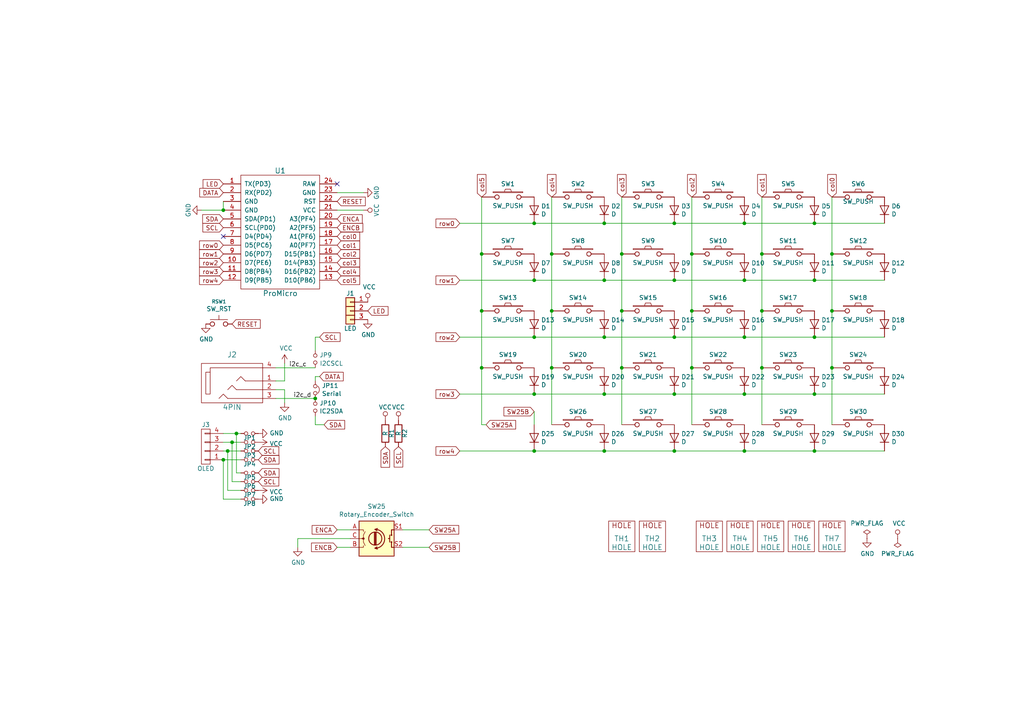
<source format=kicad_sch>
(kicad_sch (version 20230121) (generator eeschema)
  (paper "A4")
  (lib_symbols
    (symbol "SofleKeyboard-rescue:D-Lily58-cache-Lily58_Pro-rescue" (pin_numbers hide) (pin_names (offset 1.016) hide)
      (property "Reference" "D" (at 0 2.54 0))
      (property "Value" "D-Lily58-cache-Lily58_Pro-rescue" (at 0 -2.54 0))
      (symbol "D-Lily58-cache-Lily58_Pro-rescue_1_1"
        (pin passive line (at -3.81 0 0) (length 2.54) (name "K") (number "1"))
        (pin passive line (at 3.81 0 180) (length 2.54) (name "A") (number "2"))
      )
    )
    (symbol "SofleKeyboard-rescue:GND-Lily58-cache-Lily58_Pro-rescue" (power) (pin_names (offset 0))
      (property "Value" "GND-Lily58-cache-Lily58_Pro-rescue" (at 0 -3.81 0))
      (symbol "GND-Lily58-cache-Lily58_Pro-rescue_1_1"
        (pin power_in line (at 0 0 0) (length 0) hide (name "GND") (number "1"))
      )
    )
    (symbol "SofleKeyboard-rescue:HOLE-Lily58-cache-Lily58_Pro-rescue" (pin_names (offset 1.016))
      (property "Reference" "U" (at 0 0 0))
      (property "Value" "HOLE-Lily58-cache-Lily58_Pro-rescue" (at 0 -5.08 0))
      (symbol "HOLE-Lily58-cache-Lily58_Pro-rescue_0_0"
        (text "HOLE" (at 0 3.81 0) (effects (font (size 1.524 1.524))))
      )
    )
    (symbol "SofleKeyboard-rescue:Jumper_NC_Small-Device" (pin_numbers hide) (pin_names (offset 0.762) hide)
      (property "Reference" "JP" (at 0 2.032 0))
      (property "Value" "Device_Jumper_NC_Small" (at 0.254 -1.524 0))
      (symbol "Jumper_NC_Small-Device_0_1"
        (pin passive line (at -2.54 0 0) (length 1.016) (name "1") (number "1"))
        (pin passive line (at 2.54 0 180) (length 1.016) (name "2") (number "2"))
      )
    )
    (symbol "SofleKeyboard-rescue:Jumper_NO_Small-Device" (pin_numbers hide) (pin_names (offset 0.762) hide)
      (property "Reference" "JP" (at 0 2.032 0))
      (property "Value" "Device_Jumper_NO_Small" (at 0.254 -1.524 0))
      (symbol "Jumper_NO_Small-Device_0_1"
        (pin passive line (at -2.54 0 0) (length 1.016) (name "1") (number "1"))
        (pin passive line (at 2.54 0 180) (length 1.016) (name "2") (number "2"))
      )
    )
    (symbol "SofleKeyboard-rescue:LED-Lily58-cache-Lily58_Pro-rescue" (pin_names (offset 1.016) hide)
      (property "Reference" "J" (at 0 5.08 0))
      (property "Value" "LED-Lily58-cache-Lily58_Pro-rescue" (at 0 -5.08 0))
      (symbol "LED-Lily58-cache-Lily58_Pro-rescue_1_1"
        (pin passive line (at 5.08 2.54 180) (length 3.81) (name "Pin_1") (number "1"))
        (pin passive line (at 5.08 0 180) (length 3.81) (name "Pin_2") (number "2"))
        (pin passive line (at 5.08 -2.54 180) (length 3.81) (name "Pin_3") (number "3"))
      )
    )
    (symbol "SofleKeyboard-rescue:MJ-4PP-9-Lily58-cache-Lily58_Pro-rescue" (pin_names (offset 1.016))
      (property "Reference" "J" (at -8.89 -7.62 0))
      (property "Value" "MJ-4PP-9-Lily58-cache-Lily58_Pro-rescue" (at -3.81 6.35 0))
      (symbol "MJ-4PP-9-Lily58-cache-Lily58_Pro-rescue_1_1"
        (pin passive line (at 11.43 0 180) (length 3.81) (name "~") (number "1"))
        (pin passive line (at 11.43 -2.54 180) (length 3.81) (name "~") (number "2"))
        (pin passive line (at 11.43 -5.08 180) (length 3.81) (name "~") (number "3"))
        (pin passive line (at 11.43 3.81 180) (length 3.81) (name "~") (number "4"))
      )
    )
    (symbol "SofleKeyboard-rescue:OLED-Lily58-cache-Lily58_Pro-rescue" (pin_names (offset 1.016) hide)
      (property "Reference" "J" (at 0 6.35 0))
      (property "Value" "OLED-Lily58-cache-Lily58_Pro-rescue" (at 2.54 0 90))
      (symbol "OLED-Lily58-cache-Lily58_Pro-rescue_1_1"
        (pin passive line (at -5.08 3.81 0) (length 3.81) (name "P1") (number "1"))
        (pin passive line (at -5.08 1.27 0) (length 3.81) (name "P2") (number "2"))
        (pin passive line (at -5.08 -1.27 0) (length 3.81) (name "P3") (number "3"))
        (pin passive line (at -5.08 -3.81 0) (length 3.81) (name "P4") (number "4"))
      )
    )
    (symbol "SofleKeyboard-rescue:PWR_FLAG-Lily58-cache-Lily58_Pro-rescue" (power) (pin_numbers hide) (pin_names (offset 0) hide)
      (property "Value" "PWR_FLAG-Lily58-cache-Lily58_Pro-rescue" (at 0 3.81 0))
      (symbol "PWR_FLAG-Lily58-cache-Lily58_Pro-rescue_0_0"
        (pin power_out line (at 0 0 90) (length 0) (name "pwr") (number "1"))
      )
    )
    (symbol "SofleKeyboard-rescue:ProMicro_2-Lily58-cache-Lily58_Pro-rescue" (pin_names (offset 1.016))
      (property "Reference" "U" (at 0 17.78 0))
      (property "Value" "ProMicro_2-Lily58-cache-Lily58_Pro-rescue" (at 0 -17.78 0))
      (symbol "ProMicro_2-Lily58-cache-Lily58_Pro-rescue_1_1"
        (pin input line (at -16.51 13.97 0) (length 5.08) (name "TX(PD3)") (number "1"))
        (pin input line (at -16.51 -8.89 0) (length 5.08) (name "D7(PE6)") (number "10"))
        (pin input line (at -16.51 -11.43 0) (length 5.08) (name "D8(PB4)") (number "11"))
        (pin input line (at -16.51 -13.97 0) (length 5.08) (name "D9(PB5)") (number "12"))
        (pin input line (at 16.51 -13.97 180) (length 5.08) (name "D10(PB6)") (number "13"))
        (pin input line (at 16.51 -11.43 180) (length 5.08) (name "D16(PB2)") (number "14"))
        (pin input line (at 16.51 -8.89 180) (length 5.08) (name "D14(PB3)") (number "15"))
        (pin input line (at 16.51 -6.35 180) (length 5.08) (name "D15(PB1)") (number "16"))
        (pin input line (at 16.51 -3.81 180) (length 5.08) (name "A0(PF7)") (number "17"))
        (pin input line (at 16.51 -1.27 180) (length 5.08) (name "A1(PF6)") (number "18"))
        (pin input line (at 16.51 1.27 180) (length 5.08) (name "A2(PF5)") (number "19"))
        (pin input line (at -16.51 11.43 0) (length 5.08) (name "RX(PD2)") (number "2"))
        (pin input line (at 16.51 3.81 180) (length 5.08) (name "A3(PF4)") (number "20"))
        (pin input line (at 16.51 6.35 180) (length 5.08) (name "VCC") (number "21"))
        (pin input line (at 16.51 8.89 180) (length 5.08) (name "RST") (number "22"))
        (pin input line (at 16.51 11.43 180) (length 5.08) (name "GND") (number "23"))
        (pin input line (at 16.51 13.97 180) (length 5.08) (name "RAW") (number "24"))
        (pin input line (at -16.51 8.89 0) (length 5.08) (name "GND") (number "3"))
        (pin input line (at -16.51 6.35 0) (length 5.08) (name "GND") (number "4"))
        (pin input line (at -16.51 3.81 0) (length 5.08) (name "SDA(PD1)") (number "5"))
        (pin input line (at -16.51 1.27 0) (length 5.08) (name "SCL(PD0)") (number "6"))
        (pin input line (at -16.51 -1.27 0) (length 5.08) (name "D4(PD4)") (number "7"))
        (pin input line (at -16.51 -3.81 0) (length 5.08) (name "D5(PC6)") (number "8"))
        (pin input line (at -16.51 -6.35 0) (length 5.08) (name "D6(PD7)") (number "9"))
      )
    )
    (symbol "SofleKeyboard-rescue:R-Lily58-cache-Lily58_Pro-rescue" (pin_numbers hide) (pin_names (offset 0))
      (property "Reference" "R" (at 0 0 90))
      (property "Value" "R-Lily58-cache-Lily58_Pro-rescue" (at -2.54 0 90))
      (symbol "R-Lily58-cache-Lily58_Pro-rescue_1_1"
        (pin passive line (at 0 3.81 270) (length 1.27) (name "~") (number "1"))
        (pin passive line (at 0 -3.81 90) (length 1.27) (name "~") (number "2"))
      )
    )
    (symbol "SofleKeyboard-rescue:Rotary_Encoder_Switch-Device" (pin_names (offset 0.254) hide)
      (property "Reference" "SW" (at 0 6.604 0))
      (property "Value" "Device_Rotary_Encoder_Switch" (at 0 -6.604 0))
      (symbol "Rotary_Encoder_Switch-Device_1_1"
        (pin passive line (at -7.62 2.54 0) (length 2.54) (name "A") (number "A"))
        (pin passive line (at -7.62 -2.54 0) (length 2.54) (name "B") (number "B"))
        (pin passive line (at -7.62 0 0) (length 2.54) (name "C") (number "C"))
        (pin passive line (at 7.62 2.54 180) (length 2.54) (name "S1") (number "S1"))
        (pin passive line (at 7.62 -2.54 180) (length 2.54) (name "S2") (number "S2"))
      )
    )
    (symbol "SofleKeyboard-rescue:SW_PUSH-Lily58-cache-Lily58_Pro-rescue" (pin_numbers hide) (pin_names (offset 1.016) hide)
      (property "Reference" "SW" (at 3.81 2.794 0))
      (property "Value" "SW_PUSH-Lily58-cache-Lily58_Pro-rescue" (at 0 -2.032 0))
      (symbol "SW_PUSH-Lily58-cache-Lily58_Pro-rescue_0_1"
        (pin passive inverted (at -7.62 0 0) (length 5.08) (name "1") (number "1"))
        (pin passive inverted (at 7.62 0 180) (length 5.08) (name "2") (number "2"))
      )
    )
    (symbol "SofleKeyboard-rescue:SW_RST-Lily58-cache-Lily58_Pro-rescue" (pin_numbers hide) (pin_names (offset 1.016) hide)
      (property "Reference" "RSW" (at 2.54 2.54 0))
      (property "Value" "SW_RST-Lily58-cache-Lily58_Pro-rescue" (at 0 -2.54 0))
      (symbol "SW_RST-Lily58-cache-Lily58_Pro-rescue_0_1"
        (pin passive inverted (at -3.81 0 0) (length 2.54) (name "1") (number "1"))
        (pin passive inverted (at 3.81 0 180) (length 2.54) (name "2") (number "2"))
      )
    )
    (symbol "SofleKeyboard-rescue:VCC-Lily58-cache-Lily58_Pro-rescue" (power) (pin_names (offset 0))
      (property "Value" "VCC-Lily58-cache-Lily58_Pro-rescue" (at 0 3.81 0))
      (symbol "VCC-Lily58-cache-Lily58_Pro-rescue_1_1"
        (pin power_in line (at 0 0 90) (length 0) hide (name "VCC") (number "1"))
      )
    )
    (symbol "power:GND" (power) (pin_names (offset 0))
      (property "Value" "GND" (at 0 -3.81 0))
      (symbol "GND_1_1"
        (pin power_in line (at 0 0 270) (length 0) hide (name "GND") (number "1"))
      )
    )
    (symbol "power:VCC" (power) (pin_names (offset 0))
      (property "Value" "VCC" (at 0 3.81 0))
      (symbol "VCC_1_1"
        (pin power_in line (at 0 0 90) (length 0) hide (name "VCC") (number "1"))
      )
    )
  )
  (junction (at 236.22 114.3))
  (junction (at 139.7 90.17))
  (junction (at 195.58 81.28))
  (junction (at 154.94 97.79))
  (junction (at 241.3 90.17))
  (junction (at 195.58 64.77))
  (junction (at 241.3 106.68))
  (junction (at 180.34 73.66))
  (junction (at 195.58 97.79))
  (junction (at 236.22 97.79))
  (junction (at 200.66 90.17))
  (junction (at 154.94 114.3))
  (junction (at 91.44 115.57))
  (junction (at 154.94 64.77))
  (junction (at 139.7 106.68))
  (junction (at 200.66 106.68))
  (junction (at 215.9 81.28))
  (junction (at 160.02 90.17))
  (junction (at 66.04 130.81))
  (junction (at 195.58 130.81))
  (junction (at 215.9 114.3))
  (junction (at 195.58 114.3))
  (junction (at 160.02 73.66))
  (junction (at 175.26 130.81))
  (junction (at 160.02 106.68))
  (junction (at 180.34 106.68))
  (junction (at 180.34 90.17))
  (junction (at 236.22 130.81))
  (junction (at 220.98 90.17))
  (junction (at 175.26 81.28))
  (junction (at 64.77 133.35))
  (junction (at 220.98 106.68))
  (junction (at 175.26 64.77))
  (junction (at 139.7 73.66))
  (junction (at 175.26 97.79))
  (junction (at 200.66 73.66))
  (junction (at 215.9 64.77))
  (junction (at 236.22 64.77))
  (junction (at 64.77 60.96))
  (junction (at 220.98 73.66))
  (junction (at 68.58 125.73))
  (junction (at 215.9 97.79))
  (junction (at 154.94 130.81))
  (junction (at 215.9 130.81))
  (junction (at 154.94 81.28))
  (junction (at 175.26 114.3))
  (junction (at 241.3 73.66))
  (junction (at 236.22 81.28))
  (junction (at 67.31 128.27))
  (no_connect (at 97.79 53.34))
  (no_connect (at 64.77 68.58))
  (wire (pts (xy 67.31 139.7) (xy 69.85 139.7)))
  (wire (pts (xy 175.26 114.3) (xy 154.94 114.3)))
  (wire (pts (xy 175.26 81.28) (xy 195.58 81.28)))
  (wire (pts (xy 154.94 114.3) (xy 133.35 114.3)))
  (wire (pts (xy 195.58 97.79) (xy 215.9 97.79)))
  (wire (pts (xy 82.55 113.03) (xy 82.55 116.84)))
  (wire (pts (xy 215.9 130.81) (xy 236.22 130.81)))
  (wire (pts (xy 68.58 125.73) (xy 69.85 125.73)))
  (wire (pts (xy 236.22 114.3) (xy 256.54 114.3)))
  (wire (pts (xy 64.77 125.73) (xy 68.58 125.73)))
  (wire (pts (xy 175.26 114.3) (xy 195.58 114.3)))
  (wire (pts (xy 66.04 142.24) (xy 69.85 142.24)))
  (wire (pts (xy 160.02 73.66) (xy 160.02 90.17)))
  (wire (pts (xy 200.66 73.66) (xy 200.66 90.17)))
  (wire (pts (xy 180.34 106.68) (xy 180.34 123.19)))
  (wire (pts (xy 97.79 60.96) (xy 105.41 60.96)))
  (wire (pts (xy 175.26 97.79) (xy 195.58 97.79)))
  (wire (pts (xy 175.26 81.28) (xy 154.94 81.28)))
  (wire (pts (xy 200.66 106.68) (xy 200.66 123.19)))
  (wire (pts (xy 91.44 110.49) (xy 91.44 109.22)))
  (wire (pts (xy 97.79 55.88) (xy 105.41 55.88)))
  (wire (pts (xy 154.94 81.28) (xy 133.35 81.28)))
  (wire (pts (xy 64.77 130.81) (xy 66.04 130.81)))
  (wire (pts (xy 200.66 57.15) (xy 200.66 73.66)))
  (wire (pts (xy 195.58 130.81) (xy 215.9 130.81)))
  (wire (pts (xy 91.44 120.65) (xy 91.44 123.19)))
  (wire (pts (xy 175.26 64.77) (xy 154.94 64.77)))
  (wire (pts (xy 80.01 106.68) (xy 91.44 106.68)))
  (wire (pts (xy 236.22 97.79) (xy 256.54 97.79)))
  (wire (pts (xy 86.36 156.21) (xy 86.36 158.75)))
  (wire (pts (xy 64.77 128.27) (xy 67.31 128.27)))
  (wire (pts (xy 97.79 153.67) (xy 101.6 153.67)))
  (wire (pts (xy 101.6 156.21) (xy 86.36 156.21)))
  (wire (pts (xy 69.85 133.35) (xy 64.77 133.35)))
  (wire (pts (xy 160.02 106.68) (xy 160.02 123.19)))
  (wire (pts (xy 180.34 90.17) (xy 180.34 106.68)))
  (wire (pts (xy 68.58 137.16) (xy 69.85 137.16)))
  (wire (pts (xy 91.44 97.79) (xy 91.44 101.6)))
  (wire (pts (xy 139.7 57.15) (xy 139.7 73.66)))
  (wire (pts (xy 97.79 158.75) (xy 101.6 158.75)))
  (wire (pts (xy 175.26 64.77) (xy 195.58 64.77)))
  (wire (pts (xy 220.98 73.66) (xy 220.98 90.17)))
  (wire (pts (xy 175.26 97.79) (xy 154.94 97.79)))
  (wire (pts (xy 236.22 81.28) (xy 256.54 81.28)))
  (wire (pts (xy 154.94 64.77) (xy 133.35 64.77)))
  (wire (pts (xy 64.77 60.96) (xy 58.42 60.96)))
  (wire (pts (xy 91.44 109.22) (xy 92.71 109.22)))
  (wire (pts (xy 241.3 106.68) (xy 241.3 123.19)))
  (wire (pts (xy 64.77 133.35) (xy 64.77 144.78)))
  (wire (pts (xy 220.98 57.15) (xy 220.98 73.66)))
  (wire (pts (xy 200.66 90.17) (xy 200.66 106.68)))
  (wire (pts (xy 160.02 57.15) (xy 160.02 73.66)))
  (wire (pts (xy 180.34 57.15) (xy 180.34 73.66)))
  (wire (pts (xy 91.44 97.79) (xy 92.71 97.79)))
  (wire (pts (xy 241.3 73.66) (xy 241.3 57.15)))
  (wire (pts (xy 116.84 153.67) (xy 124.46 153.67)))
  (wire (pts (xy 220.98 106.68) (xy 220.98 90.17)))
  (wire (pts (xy 116.84 158.75) (xy 124.46 158.75)))
  (wire (pts (xy 139.7 90.17) (xy 139.7 106.68)))
  (wire (pts (xy 139.7 73.66) (xy 139.7 90.17)))
  (wire (pts (xy 236.22 64.77) (xy 215.9 64.77)))
  (wire (pts (xy 241.3 90.17) (xy 241.3 73.66)))
  (wire (pts (xy 215.9 81.28) (xy 236.22 81.28)))
  (wire (pts (xy 133.35 130.81) (xy 154.94 130.81)))
  (wire (pts (xy 139.7 106.68) (xy 139.7 123.19)))
  (wire (pts (xy 67.31 128.27) (xy 67.31 139.7)))
  (wire (pts (xy 91.44 123.19) (xy 93.98 123.19)))
  (wire (pts (xy 154.94 97.79) (xy 133.35 97.79)))
  (wire (pts (xy 67.31 128.27) (xy 69.85 128.27)))
  (wire (pts (xy 64.77 144.78) (xy 69.85 144.78)))
  (wire (pts (xy 195.58 64.77) (xy 215.9 64.77)))
  (wire (pts (xy 220.98 106.68) (xy 220.98 123.19)))
  (wire (pts (xy 66.04 130.81) (xy 69.85 130.81)))
  (wire (pts (xy 236.22 130.81) (xy 256.54 130.81)))
  (wire (pts (xy 66.04 130.81) (xy 66.04 142.24)))
  (wire (pts (xy 195.58 81.28) (xy 215.9 81.28)))
  (wire (pts (xy 215.9 114.3) (xy 236.22 114.3)))
  (wire (pts (xy 139.7 123.19) (xy 140.97 123.19)))
  (wire (pts (xy 64.77 58.42) (xy 64.77 60.96)))
  (wire (pts (xy 195.58 114.3) (xy 215.9 114.3)))
  (wire (pts (xy 154.94 130.81) (xy 175.26 130.81)))
  (wire (pts (xy 180.34 73.66) (xy 180.34 90.17)))
  (wire (pts (xy 215.9 97.79) (xy 236.22 97.79)))
  (wire (pts (xy 236.22 64.77) (xy 256.54 64.77)))
  (wire (pts (xy 80.01 115.57) (xy 91.44 115.57)))
  (wire (pts (xy 160.02 90.17) (xy 160.02 106.68)))
  (wire (pts (xy 175.26 130.81) (xy 195.58 130.81)))
  (wire (pts (xy 80.01 113.03) (xy 82.55 113.03)))
  (wire (pts (xy 82.55 110.49) (xy 80.01 110.49)))
  (wire (pts (xy 68.58 125.73) (xy 68.58 137.16)))
  (wire (pts (xy 82.55 105.41) (xy 82.55 110.49)))
  (wire (pts (xy 154.94 119.38) (xy 154.94 123.19)))
  (wire (pts (xy 241.3 90.17) (xy 241.3 106.68)))
  (label "i2c_c" (at 83.82 106.68 0))
  (label "i2c_d" (at 85.09 115.57 0))
  (global_label "DATA" (shape input) (at 64.77 55.88 180) (property "Intersheetrefs" "${INTERSHEET_REFS}" (effects hide)))
  (global_label "col0" (shape input) (at 97.79 68.58 0) (property "Intersheetrefs" "${INTERSHEET_REFS}" (effects hide)))
  (global_label "SW25B" (shape input) (at 124.46 158.75 0) (property "Intersheetrefs" "${INTERSHEET_REFS}" (effects hide)))
  (global_label "SW25A" (shape input) (at 124.46 153.67 0) (property "Intersheetrefs" "${INTERSHEET_REFS}" (effects hide)))
  (global_label "row0" (shape input) (at 133.35 64.77 180) (property "Intersheetrefs" "${INTERSHEET_REFS}" (effects hide)))
  (global_label "row4" (shape input) (at 133.35 130.81 180) (property "Intersheetrefs" "${INTERSHEET_REFS}" (effects hide)))
  (global_label "col5" (shape input) (at 97.79 81.28 0) (property "Intersheetrefs" "${INTERSHEET_REFS}" (effects hide)))
  (global_label "SCL" (shape input) (at 74.93 130.81 0) (property "Intersheetrefs" "${INTERSHEET_REFS}" (effects hide)))
  (global_label "row2" (shape input) (at 133.35 97.79 180) (property "Intersheetrefs" "${INTERSHEET_REFS}" (effects hide)))
  (global_label "SDA" (shape input) (at 74.93 133.35 0) (property "Intersheetrefs" "${INTERSHEET_REFS}" (effects hide)))
  (global_label "DATA" (shape input) (at 92.71 109.22 0) (property "Intersheetrefs" "${INTERSHEET_REFS}" (effects hide)))
  (global_label "row3" (shape input) (at 64.77 78.74 180) (property "Intersheetrefs" "${INTERSHEET_REFS}" (effects hide)))
  (global_label "col3" (shape input) (at 180.34 57.15 90) (property "Intersheetrefs" "${INTERSHEET_REFS}" (effects hide)))
  (global_label "col1" (shape input) (at 220.98 57.15 90) (property "Intersheetrefs" "${INTERSHEET_REFS}" (effects hide)))
  (global_label "SDA" (shape input) (at 93.98 123.19 0) (property "Intersheetrefs" "${INTERSHEET_REFS}" (effects hide)))
  (global_label "row0" (shape input) (at 64.77 71.12 180) (property "Intersheetrefs" "${INTERSHEET_REFS}" (effects hide)))
  (global_label "col4" (shape input) (at 160.02 57.15 90) (property "Intersheetrefs" "${INTERSHEET_REFS}" (effects hide)))
  (global_label "LED" (shape input) (at 64.77 53.34 180) (property "Intersheetrefs" "${INTERSHEET_REFS}" (effects hide)))
  (global_label "SCL" (shape input) (at 115.57 129.54 270) (property "Intersheetrefs" "${INTERSHEET_REFS}" (effects hide)))
  (global_label "SCL" (shape input) (at 74.93 139.7 0) (property "Intersheetrefs" "${INTERSHEET_REFS}" (effects hide)))
  (global_label "SCL" (shape input) (at 64.77 66.04 180) (property "Intersheetrefs" "${INTERSHEET_REFS}" (effects hide)))
  (global_label "col3" (shape input) (at 97.79 76.2 0) (property "Intersheetrefs" "${INTERSHEET_REFS}" (effects hide)))
  (global_label "SDA" (shape input) (at 64.77 63.5 180) (property "Intersheetrefs" "${INTERSHEET_REFS}" (effects hide)))
  (global_label "col0" (shape input) (at 241.3 57.15 90) (property "Intersheetrefs" "${INTERSHEET_REFS}" (effects hide)))
  (global_label "col2" (shape input) (at 200.66 57.15 90) (property "Intersheetrefs" "${INTERSHEET_REFS}" (effects hide)))
  (global_label "SW25A" (shape input) (at 140.97 123.19 0) (property "Intersheetrefs" "${INTERSHEET_REFS}" (effects hide)))
  (global_label "SDA" (shape input) (at 74.93 137.16 0) (property "Intersheetrefs" "${INTERSHEET_REFS}" (effects hide)))
  (global_label "row1" (shape input) (at 133.35 81.28 180) (property "Intersheetrefs" "${INTERSHEET_REFS}" (effects hide)))
  (global_label "SDA" (shape input) (at 111.76 129.54 270) (property "Intersheetrefs" "${INTERSHEET_REFS}" (effects hide)))
  (global_label "col5" (shape input) (at 139.7 57.15 90) (property "Intersheetrefs" "${INTERSHEET_REFS}" (effects hide)))
  (global_label "col2" (shape input) (at 97.79 73.66 0) (property "Intersheetrefs" "${INTERSHEET_REFS}" (effects hide)))
  (global_label "SW25B" (shape input) (at 154.94 119.38 180) (property "Intersheetrefs" "${INTERSHEET_REFS}" (effects hide)))
  (global_label "ENCB" (shape input) (at 97.79 66.04 0) (property "Intersheetrefs" "${INTERSHEET_REFS}" (effects hide)))
  (global_label "row2" (shape input) (at 64.77 76.2 180) (property "Intersheetrefs" "${INTERSHEET_REFS}" (effects hide)))
  (global_label "RESET" (shape input) (at 97.79 58.42 0) (property "Intersheetrefs" "${INTERSHEET_REFS}" (effects hide)))
  (global_label "RESET" (shape input) (at 67.31 93.98 0) (property "Intersheetrefs" "${INTERSHEET_REFS}" (effects hide)))
  (global_label "row3" (shape input) (at 133.35 114.3 180) (property "Intersheetrefs" "${INTERSHEET_REFS}" (effects hide)))
  (global_label "SCL" (shape input) (at 92.71 97.79 0) (property "Intersheetrefs" "${INTERSHEET_REFS}" (effects hide)))
  (global_label "col4" (shape input) (at 97.79 78.74 0) (property "Intersheetrefs" "${INTERSHEET_REFS}" (effects hide)))
  (global_label "LED" (shape input) (at 106.68 90.17 0) (property "Intersheetrefs" "${INTERSHEET_REFS}" (effects hide)))
  (global_label "ENCB" (shape input) (at 97.79 158.75 180) (property "Intersheetrefs" "${INTERSHEET_REFS}" (effects hide)))
  (global_label "ENCA" (shape input) (at 97.79 153.67 180) (property "Intersheetrefs" "${INTERSHEET_REFS}" (effects hide)))
  (global_label "row4" (shape input) (at 64.77 81.28 180) (property "Intersheetrefs" "${INTERSHEET_REFS}" (effects hide)))
  (global_label "col1" (shape input) (at 97.79 71.12 0) (property "Intersheetrefs" "${INTERSHEET_REFS}" (effects hide)))
  (global_label "row1" (shape input) (at 64.77 73.66 180) (property "Intersheetrefs" "${INTERSHEET_REFS}" (effects hide)))
  (global_label "ENCA" (shape input) (at 97.79 63.5 0) (property "Intersheetrefs" "${INTERSHEET_REFS}" (effects hide)))
  (symbol (lib_id "SofleKeyboard-rescue:ProMicro_2-Lily58-cache-Lily58_Pro-rescue") (at 81.28 67.31 0) (unit 1)
    (property "Reference" "U1" (at 81.28 49.53 0) (effects (font (size 1.524 1.524))))
    (property "Value" "ProMicro" (at 81.28 85.09 0) (effects (font (size 1.524 1.524))))
    (property "Footprint" "SofleKeyboard-footprint:ArduinoProMicro-ZigZag-DoubleSided" (effects hide))
  )
  (symbol (lib_id "SofleKeyboard-rescue:SW_PUSH-Lily58-cache-Lily58_Pro-rescue") (at 167.64 123.19 0) (unit 1)
    (property "Reference" "SW26" (at 167.64 119.38 0))
    (property "Value" "SW_PUSH" (at 167.64 125.73 0))
    (property "Footprint" "SofleKeyboard-footprint:CherryMX_Hotswap_1.5" (effects hide))
  )
  (symbol (lib_id "SofleKeyboard-rescue:SW_PUSH-Lily58-cache-Lily58_Pro-rescue") (at 147.32 57.15 0) (unit 1)
    (property "Reference" "SW1" (at 147.32 53.34 0))
    (property "Value" "SW_PUSH" (at 147.32 59.69 0))
    (property "Footprint" "SofleKeyboard-footprint:CherryMX_Hotswap" (effects hide))
  )
  (symbol (lib_id "SofleKeyboard-rescue:D-Lily58-cache-Lily58_Pro-rescue") (at 154.94 60.96 90) (unit 1)
    (property "Reference" "D1" (at 156.9466 59.7916 90) (effects (justify right)))
    (property "Value" "D" (at 156.9466 62.103 90) (effects (justify right)))
    (property "Footprint" "SofleKeyboard-footprint:Diode_SOD123" (effects hide))
  )
  (symbol (lib_id "SofleKeyboard-rescue:SW_PUSH-Lily58-cache-Lily58_Pro-rescue") (at 167.64 57.15 0) (unit 1)
    (property "Reference" "SW2" (at 167.64 53.34 0))
    (property "Value" "SW_PUSH" (at 167.64 59.69 0))
    (property "Footprint" "SofleKeyboard-footprint:CherryMX_Hotswap" (effects hide))
  )
  (symbol (lib_id "SofleKeyboard-rescue:D-Lily58-cache-Lily58_Pro-rescue") (at 175.26 60.96 90) (unit 1)
    (property "Reference" "D2" (at 177.2666 59.7916 90) (effects (justify right)))
    (property "Value" "D" (at 177.2666 62.103 90) (effects (justify right)))
    (property "Footprint" "SofleKeyboard-footprint:Diode_SOD123" (effects hide))
  )
  (symbol (lib_id "SofleKeyboard-rescue:SW_PUSH-Lily58-cache-Lily58_Pro-rescue") (at 187.96 57.15 0) (unit 1)
    (property "Reference" "SW3" (at 187.96 53.34 0))
    (property "Value" "SW_PUSH" (at 187.96 59.69 0))
    (property "Footprint" "SofleKeyboard-footprint:CherryMX_Hotswap" (effects hide))
  )
  (symbol (lib_id "SofleKeyboard-rescue:D-Lily58-cache-Lily58_Pro-rescue") (at 195.58 60.96 90) (unit 1)
    (property "Reference" "D3" (at 197.5866 59.7916 90) (effects (justify right)))
    (property "Value" "D" (at 197.5866 62.103 90) (effects (justify right)))
    (property "Footprint" "SofleKeyboard-footprint:Diode_SOD123" (effects hide))
  )
  (symbol (lib_id "SofleKeyboard-rescue:SW_PUSH-Lily58-cache-Lily58_Pro-rescue") (at 208.28 57.15 0) (unit 1)
    (property "Reference" "SW4" (at 208.28 53.34 0))
    (property "Value" "SW_PUSH" (at 208.28 59.69 0))
    (property "Footprint" "SofleKeyboard-footprint:CherryMX_Hotswap" (effects hide))
  )
  (symbol (lib_id "SofleKeyboard-rescue:D-Lily58-cache-Lily58_Pro-rescue") (at 215.9 60.96 90) (unit 1)
    (property "Reference" "D4" (at 217.9066 59.7916 90) (effects (justify right)))
    (property "Value" "D" (at 217.9066 62.103 90) (effects (justify right)))
    (property "Footprint" "SofleKeyboard-footprint:Diode_SOD123" (effects hide))
  )
  (symbol (lib_id "SofleKeyboard-rescue:SW_PUSH-Lily58-cache-Lily58_Pro-rescue") (at 228.6 57.15 0) (unit 1)
    (property "Reference" "SW5" (at 228.6 53.34 0))
    (property "Value" "SW_PUSH" (at 228.6 59.69 0))
    (property "Footprint" "SofleKeyboard-footprint:CherryMX_Hotswap" (effects hide))
  )
  (symbol (lib_id "SofleKeyboard-rescue:D-Lily58-cache-Lily58_Pro-rescue") (at 236.22 60.96 90) (unit 1)
    (property "Reference" "D5" (at 238.2266 59.7916 90) (effects (justify right)))
    (property "Value" "D" (at 238.2266 62.103 90) (effects (justify right)))
    (property "Footprint" "SofleKeyboard-footprint:Diode_SOD123" (effects hide))
  )
  (symbol (lib_id "SofleKeyboard-rescue:SW_PUSH-Lily58-cache-Lily58_Pro-rescue") (at 248.92 57.15 0) (unit 1)
    (property "Reference" "SW6" (at 248.92 53.34 0))
    (property "Value" "SW_PUSH" (at 248.92 58.42 0))
    (property "Footprint" "SofleKeyboard-footprint:CherryMX_Hotswap" (effects hide))
  )
  (symbol (lib_id "SofleKeyboard-rescue:D-Lily58-cache-Lily58_Pro-rescue") (at 256.54 60.96 90) (unit 1)
    (property "Reference" "D6" (at 258.5466 59.7916 90) (effects (justify right)))
    (property "Value" "D" (at 258.5466 62.103 90) (effects (justify right)))
    (property "Footprint" "SofleKeyboard-footprint:Diode_SOD123" (effects hide))
  )
  (symbol (lib_id "SofleKeyboard-rescue:SW_PUSH-Lily58-cache-Lily58_Pro-rescue") (at 167.64 73.66 0) (unit 1)
    (property "Reference" "SW8" (at 167.64 69.85 0))
    (property "Value" "SW_PUSH" (at 167.64 76.2 0))
    (property "Footprint" "SofleKeyboard-footprint:CherryMX_Hotswap" (effects hide))
  )
  (symbol (lib_id "SofleKeyboard-rescue:SW_PUSH-Lily58-cache-Lily58_Pro-rescue") (at 187.96 73.66 0) (unit 1)
    (property "Reference" "SW9" (at 187.96 69.85 0))
    (property "Value" "SW_PUSH" (at 187.96 76.2 0))
    (property "Footprint" "SofleKeyboard-footprint:CherryMX_Hotswap" (effects hide))
  )
  (symbol (lib_id "SofleKeyboard-rescue:SW_PUSH-Lily58-cache-Lily58_Pro-rescue") (at 208.28 73.66 0) (unit 1)
    (property "Reference" "SW10" (at 208.28 69.85 0))
    (property "Value" "SW_PUSH" (at 208.28 76.2 0))
    (property "Footprint" "SofleKeyboard-footprint:CherryMX_Hotswap" (effects hide))
  )
  (symbol (lib_id "SofleKeyboard-rescue:SW_PUSH-Lily58-cache-Lily58_Pro-rescue") (at 228.6 73.66 0) (unit 1)
    (property "Reference" "SW11" (at 228.6 69.85 0))
    (property "Value" "SW_PUSH" (at 228.6 76.2 0))
    (property "Footprint" "SofleKeyboard-footprint:CherryMX_Hotswap" (effects hide))
  )
  (symbol (lib_id "SofleKeyboard-rescue:SW_PUSH-Lily58-cache-Lily58_Pro-rescue") (at 248.92 73.66 0) (unit 1)
    (property "Reference" "SW12" (at 248.92 69.85 0))
    (property "Value" "SW_PUSH" (at 248.92 76.2 0))
    (property "Footprint" "SofleKeyboard-footprint:CherryMX_Hotswap" (effects hide))
  )
  (symbol (lib_id "SofleKeyboard-rescue:SW_PUSH-Lily58-cache-Lily58_Pro-rescue") (at 147.32 73.66 0) (unit 1)
    (property "Reference" "SW7" (at 147.32 69.85 0))
    (property "Value" "SW_PUSH" (at 147.32 76.2 0))
    (property "Footprint" "SofleKeyboard-footprint:CherryMX_Hotswap" (effects hide))
  )
  (symbol (lib_id "SofleKeyboard-rescue:D-Lily58-cache-Lily58_Pro-rescue") (at 154.94 77.47 90) (unit 1)
    (property "Reference" "D7" (at 156.9466 76.3016 90) (effects (justify right)))
    (property "Value" "D" (at 156.9466 78.613 90) (effects (justify right)))
    (property "Footprint" "SofleKeyboard-footprint:Diode_SOD123" (effects hide))
  )
  (symbol (lib_id "SofleKeyboard-rescue:D-Lily58-cache-Lily58_Pro-rescue") (at 175.26 77.47 90) (unit 1)
    (property "Reference" "D8" (at 177.2666 76.3016 90) (effects (justify right)))
    (property "Value" "D" (at 177.2666 78.613 90) (effects (justify right)))
    (property "Footprint" "SofleKeyboard-footprint:Diode_SOD123" (effects hide))
  )
  (symbol (lib_id "SofleKeyboard-rescue:D-Lily58-cache-Lily58_Pro-rescue") (at 195.58 77.47 90) (unit 1)
    (property "Reference" "D9" (at 197.5866 76.3016 90) (effects (justify right)))
    (property "Value" "D" (at 197.5866 78.613 90) (effects (justify right)))
    (property "Footprint" "SofleKeyboard-footprint:Diode_SOD123" (effects hide))
  )
  (symbol (lib_id "SofleKeyboard-rescue:D-Lily58-cache-Lily58_Pro-rescue") (at 215.9 77.47 90) (unit 1)
    (property "Reference" "D10" (at 217.9066 76.3016 90) (effects (justify right)))
    (property "Value" "D" (at 217.9066 78.613 90) (effects (justify right)))
    (property "Footprint" "SofleKeyboard-footprint:Diode_SOD123" (effects hide))
  )
  (symbol (lib_id "SofleKeyboard-rescue:D-Lily58-cache-Lily58_Pro-rescue") (at 236.22 77.47 90) (unit 1)
    (property "Reference" "D11" (at 238.2266 76.3016 90) (effects (justify right)))
    (property "Value" "D" (at 238.2266 78.613 90) (effects (justify right)))
    (property "Footprint" "SofleKeyboard-footprint:Diode_SOD123" (effects hide))
  )
  (symbol (lib_id "SofleKeyboard-rescue:D-Lily58-cache-Lily58_Pro-rescue") (at 256.54 77.47 90) (unit 1)
    (property "Reference" "D12" (at 258.5466 76.3016 90) (effects (justify right)))
    (property "Value" "D" (at 258.5466 78.613 90) (effects (justify right)))
    (property "Footprint" "SofleKeyboard-footprint:Diode_SOD123" (effects hide))
  )
  (symbol (lib_id "SofleKeyboard-rescue:SW_PUSH-Lily58-cache-Lily58_Pro-rescue") (at 147.32 90.17 0) (unit 1)
    (property "Reference" "SW13" (at 147.32 86.36 0))
    (property "Value" "SW_PUSH" (at 147.32 92.71 0))
    (property "Footprint" "SofleKeyboard-footprint:CherryMX_Hotswap" (effects hide))
  )
  (symbol (lib_id "SofleKeyboard-rescue:SW_PUSH-Lily58-cache-Lily58_Pro-rescue") (at 167.64 90.17 0) (unit 1)
    (property "Reference" "SW14" (at 167.64 86.36 0))
    (property "Value" "SW_PUSH" (at 167.64 92.71 0))
    (property "Footprint" "SofleKeyboard-footprint:CherryMX_Hotswap" (effects hide))
  )
  (symbol (lib_id "SofleKeyboard-rescue:SW_PUSH-Lily58-cache-Lily58_Pro-rescue") (at 187.96 90.17 0) (unit 1)
    (property "Reference" "SW15" (at 187.96 86.36 0))
    (property "Value" "SW_PUSH" (at 187.96 92.71 0))
    (property "Footprint" "SofleKeyboard-footprint:CherryMX_Hotswap" (effects hide))
  )
  (symbol (lib_id "SofleKeyboard-rescue:SW_PUSH-Lily58-cache-Lily58_Pro-rescue") (at 208.28 90.17 0) (unit 1)
    (property "Reference" "SW16" (at 208.28 86.36 0))
    (property "Value" "SW_PUSH" (at 208.28 92.71 0))
    (property "Footprint" "SofleKeyboard-footprint:CherryMX_Hotswap" (effects hide))
  )
  (symbol (lib_id "SofleKeyboard-rescue:SW_PUSH-Lily58-cache-Lily58_Pro-rescue") (at 228.6 90.17 0) (unit 1)
    (property "Reference" "SW17" (at 228.6 86.36 0))
    (property "Value" "SW_PUSH" (at 228.6 92.71 0))
    (property "Footprint" "SofleKeyboard-footprint:CherryMX_Hotswap" (effects hide))
  )
  (symbol (lib_id "SofleKeyboard-rescue:SW_PUSH-Lily58-cache-Lily58_Pro-rescue") (at 248.92 90.17 0) (unit 1)
    (property "Reference" "SW18" (at 248.92 86.36 0))
    (property "Value" "SW_PUSH" (at 248.92 92.71 0))
    (property "Footprint" "SofleKeyboard-footprint:CherryMX_Hotswap" (effects hide))
  )
  (symbol (lib_id "SofleKeyboard-rescue:D-Lily58-cache-Lily58_Pro-rescue") (at 154.94 93.98 90) (unit 1)
    (property "Reference" "D13" (at 156.9466 92.8116 90) (effects (justify right)))
    (property "Value" "D" (at 156.9466 95.123 90) (effects (justify right)))
    (property "Footprint" "SofleKeyboard-footprint:Diode_SOD123" (effects hide))
  )
  (symbol (lib_id "SofleKeyboard-rescue:D-Lily58-cache-Lily58_Pro-rescue") (at 175.26 93.98 90) (unit 1)
    (property "Reference" "D14" (at 177.2666 92.8116 90) (effects (justify right)))
    (property "Value" "D" (at 177.2666 95.123 90) (effects (justify right)))
    (property "Footprint" "SofleKeyboard-footprint:Diode_SOD123" (effects hide))
  )
  (symbol (lib_id "SofleKeyboard-rescue:D-Lily58-cache-Lily58_Pro-rescue") (at 195.58 93.98 90) (unit 1)
    (property "Reference" "D15" (at 197.5866 92.8116 90) (effects (justify right)))
    (property "Value" "D" (at 197.5866 95.123 90) (effects (justify right)))
    (property "Footprint" "SofleKeyboard-footprint:Diode_SOD123" (effects hide))
  )
  (symbol (lib_id "SofleKeyboard-rescue:D-Lily58-cache-Lily58_Pro-rescue") (at 215.9 93.98 90) (unit 1)
    (property "Reference" "D16" (at 217.9066 92.8116 90) (effects (justify right)))
    (property "Value" "D" (at 217.9066 95.123 90) (effects (justify right)))
    (property "Footprint" "SofleKeyboard-footprint:Diode_SOD123" (effects hide))
  )
  (symbol (lib_id "SofleKeyboard-rescue:D-Lily58-cache-Lily58_Pro-rescue") (at 236.22 93.98 90) (unit 1)
    (property "Reference" "D17" (at 238.2266 92.8116 90) (effects (justify right)))
    (property "Value" "D" (at 238.2266 95.123 90) (effects (justify right)))
    (property "Footprint" "SofleKeyboard-footprint:Diode_SOD123" (effects hide))
  )
  (symbol (lib_id "SofleKeyboard-rescue:D-Lily58-cache-Lily58_Pro-rescue") (at 256.54 93.98 90) (unit 1)
    (property "Reference" "D18" (at 258.5466 92.8116 90) (effects (justify right)))
    (property "Value" "D" (at 258.5466 95.123 90) (effects (justify right)))
    (property "Footprint" "SofleKeyboard-footprint:Diode_SOD123" (effects hide))
  )
  (symbol (lib_id "SofleKeyboard-rescue:SW_PUSH-Lily58-cache-Lily58_Pro-rescue") (at 187.96 106.68 0) (unit 1)
    (property "Reference" "SW21" (at 187.96 102.87 0))
    (property "Value" "SW_PUSH" (at 187.96 109.22 0))
    (property "Footprint" "SofleKeyboard-footprint:CherryMX_Hotswap" (effects hide))
  )
  (symbol (lib_id "SofleKeyboard-rescue:SW_PUSH-Lily58-cache-Lily58_Pro-rescue") (at 208.28 106.68 0) (unit 1)
    (property "Reference" "SW22" (at 208.28 102.87 0))
    (property "Value" "SW_PUSH" (at 208.28 109.22 0))
    (property "Footprint" "SofleKeyboard-footprint:CherryMX_Hotswap" (effects hide))
  )
  (symbol (lib_id "SofleKeyboard-rescue:SW_PUSH-Lily58-cache-Lily58_Pro-rescue") (at 228.6 106.68 0) (unit 1)
    (property "Reference" "SW23" (at 228.6 102.87 0))
    (property "Value" "SW_PUSH" (at 228.6 109.22 0))
    (property "Footprint" "SofleKeyboard-footprint:CherryMX_Hotswap" (effects hide))
  )
  (symbol (lib_id "SofleKeyboard-rescue:SW_PUSH-Lily58-cache-Lily58_Pro-rescue") (at 248.92 106.68 0) (unit 1)
    (property "Reference" "SW24" (at 248.92 102.87 0))
    (property "Value" "SW_PUSH" (at 248.92 109.22 0))
    (property "Footprint" "SofleKeyboard-footprint:CherryMX_Hotswap" (effects hide))
  )
  (symbol (lib_id "SofleKeyboard-rescue:SW_PUSH-Lily58-cache-Lily58_Pro-rescue") (at 167.64 106.68 0) (unit 1)
    (property "Reference" "SW20" (at 167.64 102.87 0))
    (property "Value" "SW_PUSH" (at 167.64 109.22 0))
    (property "Footprint" "SofleKeyboard-footprint:CherryMX_Hotswap" (effects hide))
  )
  (symbol (lib_id "SofleKeyboard-rescue:SW_PUSH-Lily58-cache-Lily58_Pro-rescue") (at 147.32 106.68 0) (unit 1)
    (property "Reference" "SW19" (at 147.32 102.87 0))
    (property "Value" "SW_PUSH" (at 147.32 109.22 0))
    (property "Footprint" "SofleKeyboard-footprint:CherryMX_Hotswap" (effects hide))
  )
  (symbol (lib_id "SofleKeyboard-rescue:D-Lily58-cache-Lily58_Pro-rescue") (at 154.94 110.49 90) (unit 1)
    (property "Reference" "D19" (at 156.9466 109.3216 90) (effects (justify right)))
    (property "Value" "D" (at 156.9466 111.633 90) (effects (justify right)))
    (property "Footprint" "SofleKeyboard-footprint:Diode_SOD123" (effects hide))
  )
  (symbol (lib_id "SofleKeyboard-rescue:D-Lily58-cache-Lily58_Pro-rescue") (at 175.26 110.49 90) (unit 1)
    (property "Reference" "D20" (at 177.2666 109.3216 90) (effects (justify right)))
    (property "Value" "D" (at 177.2666 111.633 90) (effects (justify right)))
    (property "Footprint" "SofleKeyboard-footprint:Diode_SOD123" (effects hide))
  )
  (symbol (lib_id "SofleKeyboard-rescue:D-Lily58-cache-Lily58_Pro-rescue") (at 195.58 110.49 90) (unit 1)
    (property "Reference" "D21" (at 197.5866 109.3216 90) (effects (justify right)))
    (property "Value" "D" (at 197.5866 111.633 90) (effects (justify right)))
    (property "Footprint" "SofleKeyboard-footprint:Diode_SOD123" (effects hide))
  )
  (symbol (lib_id "SofleKeyboard-rescue:D-Lily58-cache-Lily58_Pro-rescue") (at 215.9 110.49 90) (unit 1)
    (property "Reference" "D22" (at 217.9066 109.3216 90) (effects (justify right)))
    (property "Value" "D" (at 217.9066 111.633 90) (effects (justify right)))
    (property "Footprint" "SofleKeyboard-footprint:Diode_SOD123" (effects hide))
  )
  (symbol (lib_id "SofleKeyboard-rescue:D-Lily58-cache-Lily58_Pro-rescue") (at 236.22 110.49 90) (unit 1)
    (property "Reference" "D23" (at 238.2266 109.3216 90) (effects (justify right)))
    (property "Value" "D" (at 238.2266 111.633 90) (effects (justify right)))
    (property "Footprint" "SofleKeyboard-footprint:Diode_SOD123" (effects hide))
  )
  (symbol (lib_id "SofleKeyboard-rescue:D-Lily58-cache-Lily58_Pro-rescue") (at 256.54 110.49 90) (unit 1)
    (property "Reference" "D24" (at 258.5466 109.3216 90) (effects (justify right)))
    (property "Value" "D" (at 258.5466 111.633 90) (effects (justify right)))
    (property "Footprint" "SofleKeyboard-footprint:Diode_SOD123" (effects hide))
  )
  (symbol (lib_id "SofleKeyboard-rescue:SW_PUSH-Lily58-cache-Lily58_Pro-rescue") (at 187.96 123.19 0) (unit 1)
    (property "Reference" "SW27" (at 187.96 119.38 0))
    (property "Value" "SW_PUSH" (at 187.96 125.73 0))
    (property "Footprint" "SofleKeyboard-footprint:CherryMX_Hotswap" (effects hide))
  )
  (symbol (lib_id "SofleKeyboard-rescue:SW_PUSH-Lily58-cache-Lily58_Pro-rescue") (at 208.28 123.19 0) (unit 1)
    (property "Reference" "SW28" (at 208.28 119.38 0))
    (property "Value" "SW_PUSH" (at 208.28 125.73 0))
    (property "Footprint" "SofleKeyboard-footprint:CherryMX_Hotswap" (effects hide))
  )
  (symbol (lib_id "SofleKeyboard-rescue:SW_PUSH-Lily58-cache-Lily58_Pro-rescue") (at 228.6 123.19 0) (unit 1)
    (property "Reference" "SW29" (at 228.6 119.38 0))
    (property "Value" "SW_PUSH" (at 228.6 125.73 0))
    (property "Footprint" "SofleKeyboard-footprint:CherryMX_Hotswap" (effects hide))
  )
  (symbol (lib_id "SofleKeyboard-rescue:D-Lily58-cache-Lily58_Pro-rescue") (at 154.94 127 90) (unit 1)
    (property "Reference" "D25" (at 156.9466 125.8316 90) (effects (justify right)))
    (property "Value" "D" (at 156.9466 128.143 90) (effects (justify right)))
    (property "Footprint" "SofleKeyboard-footprint:Diode_SOD123" (effects hide))
  )
  (symbol (lib_id "SofleKeyboard-rescue:D-Lily58-cache-Lily58_Pro-rescue") (at 175.26 127 90) (unit 1)
    (property "Reference" "D26" (at 177.2666 125.8316 90) (effects (justify right)))
    (property "Value" "D" (at 177.2666 128.143 90) (effects (justify right)))
    (property "Footprint" "SofleKeyboard-footprint:Diode_SOD123" (effects hide))
  )
  (symbol (lib_id "SofleKeyboard-rescue:D-Lily58-cache-Lily58_Pro-rescue") (at 195.58 127 90) (unit 1)
    (property "Reference" "D27" (at 197.5866 125.8316 90) (effects (justify right)))
    (property "Value" "D" (at 197.5866 128.143 90) (effects (justify right)))
    (property "Footprint" "SofleKeyboard-footprint:Diode_SOD123" (effects hide))
  )
  (symbol (lib_id "SofleKeyboard-rescue:D-Lily58-cache-Lily58_Pro-rescue") (at 215.9 127 90) (unit 1)
    (property "Reference" "D28" (at 217.9066 125.8316 90) (effects (justify right)))
    (property "Value" "D" (at 217.9066 128.143 90) (effects (justify right)))
    (property "Footprint" "SofleKeyboard-footprint:Diode_SOD123" (effects hide))
  )
  (symbol (lib_id "SofleKeyboard-rescue:D-Lily58-cache-Lily58_Pro-rescue") (at 236.22 127 90) (unit 1)
    (property "Reference" "D29" (at 238.2266 125.8316 90) (effects (justify right)))
    (property "Value" "D" (at 238.2266 128.143 90) (effects (justify right)))
    (property "Footprint" "SofleKeyboard-footprint:Diode_SOD123" (effects hide))
  )
  (symbol (lib_id "SofleKeyboard-rescue:VCC-Lily58-cache-Lily58_Pro-rescue") (at 105.41 60.96 270) (unit 1)
    (property "Reference" "#PWR04" (effects hide))
    (property "Value" "VCC" (at 109.22 60.96 0))
  )
  (symbol (lib_id "SofleKeyboard-rescue:VCC-Lily58-cache-Lily58_Pro-rescue") (at 111.76 121.92 0) (unit 1)
    (property "Reference" "#PWR05" (effects hide))
    (property "Value" "VCC" (at 111.76 118.11 0))
  )
  (symbol (lib_id "SofleKeyboard-rescue:VCC-Lily58-cache-Lily58_Pro-rescue") (at 115.57 121.92 0) (unit 1)
    (property "Reference" "#PWR06" (effects hide))
    (property "Value" "VCC" (at 115.57 118.11 0))
  )
  (symbol (lib_id "SofleKeyboard-rescue:R-Lily58-cache-Lily58_Pro-rescue") (at 111.76 125.73 0) (unit 1)
    (property "Reference" "R1" (at 114.3 125.73 90) (effects (justify bottom)))
    (property "Value" "R" (at 111.76 125.73 90))
    (property "Footprint" "SofleKeyboard-footprint:R_1206_DoubleSided" (effects hide))
  )
  (symbol (lib_id "SofleKeyboard-rescue:R-Lily58-cache-Lily58_Pro-rescue") (at 115.57 125.73 0) (unit 1)
    (property "Reference" "R2" (at 118.11 125.73 90) (effects (justify bottom)))
    (property "Value" "R" (at 115.57 125.73 90))
    (property "Footprint" "SofleKeyboard-footprint:R_1206_DoubleSided" (effects hide))
  )
  (symbol (lib_id "SofleKeyboard-rescue:MJ-4PP-9-Lily58-cache-Lily58_Pro-rescue") (at 68.58 110.49 0) (unit 1)
    (property "Reference" "J2" (at 67.31 102.87 0) (effects (font (size 1.524 1.524))))
    (property "Value" "4PIN" (at 67.31 118.11 0) (effects (font (size 1.524 1.524))))
    (property "Footprint" "SofleKeyboard-footprint:MJ-4PP-9" (effects hide))
  )
  (symbol (lib_id "SofleKeyboard-rescue:LED-Lily58-cache-Lily58_Pro-rescue") (at 101.6 90.17 0) (unit 1)
    (property "Reference" "J1" (at 101.6 85.09 0))
    (property "Value" "LED" (at 101.6 95.25 0))
    (property "Footprint" "SofleKeyboard-footprint:LED" (effects hide))
  )
  (symbol (lib_id "SofleKeyboard-rescue:VCC-Lily58-cache-Lily58_Pro-rescue") (at 106.68 87.63 0) (unit 1)
    (property "Reference" "#PWR07" (effects hide))
    (property "Value" "VCC" (at 107.1118 83.2358 0))
  )
  (symbol (lib_id "SofleKeyboard-rescue:GND-Lily58-cache-Lily58_Pro-rescue") (at 106.68 92.71 0) (unit 1)
    (property "Reference" "#PWR08" (effects hide))
    (property "Value" "GND" (at 106.807 97.1042 0))
  )
  (symbol (lib_id "SofleKeyboard-rescue:GND-Lily58-cache-Lily58_Pro-rescue") (at 59.69 93.98 0) (unit 1)
    (property "Reference" "#PWR010" (effects hide))
    (property "Value" "GND" (at 59.817 98.3742 0))
  )
  (symbol (lib_id "SofleKeyboard-rescue:PWR_FLAG-Lily58-cache-Lily58_Pro-rescue") (at 251.46 156.21 0) (unit 1)
    (property "Reference" "#FLG01" (effects hide))
    (property "Value" "PWR_FLAG" (at 251.46 151.7904 0))
  )
  (symbol (lib_id "SofleKeyboard-rescue:GND-Lily58-cache-Lily58_Pro-rescue") (at 251.46 156.21 0) (unit 1)
    (property "Reference" "#PWR012" (effects hide))
    (property "Value" "GND" (at 251.587 160.6042 0))
  )
  (symbol (lib_id "SofleKeyboard-rescue:VCC-Lily58-cache-Lily58_Pro-rescue") (at 260.35 156.21 0) (unit 1)
    (property "Reference" "#PWR013" (effects hide))
    (property "Value" "VCC" (at 260.7818 151.8158 0))
  )
  (symbol (lib_id "SofleKeyboard-rescue:PWR_FLAG-Lily58-cache-Lily58_Pro-rescue") (at 260.35 156.21 180) (unit 1)
    (property "Reference" "#FLG02" (effects hide))
    (property "Value" "PWR_FLAG" (at 260.35 160.6042 0))
  )
  (symbol (lib_id "SofleKeyboard-rescue:HOLE-Lily58-cache-Lily58_Pro-rescue") (at 180.34 156.21 0) (unit 1)
    (property "Reference" "TH1" (at 180.34 156.21 0) (effects (font (size 1.524 1.524))))
    (property "Value" "HOLE" (at 180.34 158.75 0) (effects (font (size 1.524 1.524))))
    (property "Footprint" "SofleKeyboard-footprint:M2_HOLE_PCB" (effects hide))
  )
  (symbol (lib_id "SofleKeyboard-rescue:HOLE-Lily58-cache-Lily58_Pro-rescue") (at 189.23 156.21 0) (unit 1)
    (property "Reference" "TH2" (at 189.23 156.21 0) (effects (font (size 1.524 1.524))))
    (property "Value" "HOLE" (at 189.23 158.75 0) (effects (font (size 1.524 1.524))))
    (property "Footprint" "SofleKeyboard-footprint:M2_HOLE_PCB" (effects hide))
  )
  (symbol (lib_id "SofleKeyboard-rescue:HOLE-Lily58-cache-Lily58_Pro-rescue") (at 214.63 156.21 0) (unit 1)
    (property "Reference" "TH4" (at 214.63 156.21 0) (effects (font (size 1.524 1.524))))
    (property "Value" "HOLE" (at 214.63 158.75 0) (effects (font (size 1.524 1.524))))
    (property "Footprint" "SofleKeyboard-footprint:HOLE_M2_TH" (effects hide))
  )
  (symbol (lib_id "SofleKeyboard-rescue:HOLE-Lily58-cache-Lily58_Pro-rescue") (at 223.52 156.21 0) (unit 1)
    (property "Reference" "TH5" (at 223.52 156.21 0) (effects (font (size 1.524 1.524))))
    (property "Value" "HOLE" (at 223.52 158.75 0) (effects (font (size 1.524 1.524))))
    (property "Footprint" "SofleKeyboard-footprint:HOLE_M2_TH" (effects hide))
  )
  (symbol (lib_id "SofleKeyboard-rescue:HOLE-Lily58-cache-Lily58_Pro-rescue") (at 232.41 156.21 0) (unit 1)
    (property "Reference" "TH6" (at 232.41 156.21 0) (effects (font (size 1.524 1.524))))
    (property "Value" "HOLE" (at 232.41 158.75 0) (effects (font (size 1.524 1.524))))
    (property "Footprint" "SofleKeyboard-footprint:HOLE_M2_TH" (effects hide))
  )
  (symbol (lib_id "SofleKeyboard-rescue:HOLE-Lily58-cache-Lily58_Pro-rescue") (at 241.3 156.21 0) (unit 1)
    (property "Reference" "TH7" (at 241.3 156.21 0) (effects (font (size 1.524 1.524))))
    (property "Value" "HOLE" (at 241.3 158.75 0) (effects (font (size 1.524 1.524))))
    (property "Footprint" "SofleKeyboard-footprint:HOLE_M2_TH" (effects hide))
  )
  (symbol (lib_id "SofleKeyboard-rescue:HOLE-Lily58-cache-Lily58_Pro-rescue") (at 205.74 156.21 0) (unit 1)
    (property "Reference" "TH3" (at 205.74 156.21 0) (effects (font (size 1.524 1.524))))
    (property "Value" "HOLE" (at 205.74 158.75 0) (effects (font (size 1.524 1.524))))
    (property "Footprint" "SofleKeyboard-footprint:HOLE_M2_TH" (effects hide))
  )
  (symbol (lib_id "SofleKeyboard-rescue:GND-Lily58-cache-Lily58_Pro-rescue") (at 105.41 55.88 90) (unit 1)
    (property "Reference" "#PWR0101" (effects hide))
    (property "Value" "GND" (at 109.22 55.88 0))
  )
  (symbol (lib_id "SofleKeyboard-rescue:GND-Lily58-cache-Lily58_Pro-rescue") (at 58.42 60.96 270) (unit 1)
    (property "Reference" "#PWR0102" (effects hide))
    (property "Value" "GND" (at 54.61 60.96 0))
  )
  (symbol (lib_id "SofleKeyboard-rescue:SW_RST-Lily58-cache-Lily58_Pro-rescue") (at 63.5 93.98 0) (unit 1)
    (property "Reference" "RSW1" (at 63.5 87.4776 0) (effects (font (size 1.016 1.016))))
    (property "Value" "SW_RST" (at 63.5 89.5858 0))
    (property "Footprint" "SofleKeyboard-footprint:TACT_SWITCH_TVBP06" (effects hide))
  )
  (symbol (lib_id "power:GND") (at 82.55 116.84 0) (unit 1)
    (property "Reference" "#PWR02" (effects hide))
    (property "Value" "GND" (at 82.677 121.2342 0))
  )
  (symbol (lib_id "power:VCC") (at 82.55 105.41 0) (unit 1)
    (property "Reference" "#PWR01" (effects hide))
    (property "Value" "VCC" (at 82.9818 101.0158 0))
  )
  (symbol (lib_id "SofleKeyboard-rescue:OLED-Lily58-cache-Lily58_Pro-rescue") (at 59.69 129.54 180) (unit 1)
    (property "Reference" "J3" (at 59.69 123.19 0))
    (property "Value" "OLED" (at 59.69 135.89 0))
    (property "Footprint" "SofleKeyboard-footprint:OLED_4Pin" (effects hide))
  )
  (symbol (lib_id "SofleKeyboard-rescue:Jumper_NO_Small-Device") (at 72.39 125.73 0) (unit 1)
    (property "Reference" "JP1" (at 72.39 127 0))
    (property "Value" "Jumper_NO_Small" (effects hide))
    (property "Footprint" "SofleKeyboard-footprint:Jumper" (effects hide))
  )
  (symbol (lib_id "SofleKeyboard-rescue:Jumper_NO_Small-Device") (at 72.39 128.27 0) (unit 1)
    (property "Reference" "JP2" (at 72.39 129.54 0))
    (property "Value" "Jumper_NO_Small" (effects hide))
    (property "Footprint" "SofleKeyboard-footprint:Jumper" (effects hide))
  )
  (symbol (lib_id "SofleKeyboard-rescue:Jumper_NO_Small-Device") (at 72.39 130.81 0) (unit 1)
    (property "Reference" "JP3" (at 72.39 132.08 0))
    (property "Value" "Jumper_NO_Small" (effects hide))
    (property "Footprint" "SofleKeyboard-footprint:Jumper" (effects hide))
  )
  (symbol (lib_id "SofleKeyboard-rescue:Jumper_NO_Small-Device") (at 72.39 133.35 0) (unit 1)
    (property "Reference" "JP4" (at 72.39 134.62 0))
    (property "Value" "Jumper_NO_Small" (effects hide))
    (property "Footprint" "SofleKeyboard-footprint:Jumper" (effects hide))
  )
  (symbol (lib_id "SofleKeyboard-rescue:Jumper_NO_Small-Device") (at 72.39 137.16 0) (unit 1)
    (property "Reference" "JP5" (at 72.39 138.43 0))
    (property "Value" "Jumper_NO_Small" (effects hide))
    (property "Footprint" "SofleKeyboard-footprint:Jumper" (effects hide))
  )
  (symbol (lib_id "SofleKeyboard-rescue:Jumper_NO_Small-Device") (at 72.39 139.7 0) (unit 1)
    (property "Reference" "JP6" (at 72.39 140.97 0))
    (property "Value" "Jumper_NO_Small" (effects hide))
    (property "Footprint" "SofleKeyboard-footprint:Jumper" (effects hide))
  )
  (symbol (lib_id "SofleKeyboard-rescue:Jumper_NO_Small-Device") (at 72.39 142.24 0) (unit 1)
    (property "Reference" "JP7" (at 72.39 143.51 0))
    (property "Value" "Jumper_NO_Small" (effects hide))
    (property "Footprint" "SofleKeyboard-footprint:Jumper" (effects hide))
  )
  (symbol (lib_id "SofleKeyboard-rescue:Jumper_NO_Small-Device") (at 72.39 144.78 0) (unit 1)
    (property "Reference" "JP8" (at 72.39 146.05 0))
    (property "Value" "Jumper_NO_Small" (effects hide))
    (property "Footprint" "SofleKeyboard-footprint:Jumper" (effects hide))
  )
  (symbol (lib_id "power:GND") (at 74.93 125.73 90) (unit 1)
    (property "Reference" "#PWR03" (effects hide))
    (property "Value" "GND" (at 78.1812 125.603 90) (effects (justify right)))
  )
  (symbol (lib_id "power:VCC") (at 74.93 128.27 270) (unit 1)
    (property "Reference" "#PWR09" (effects hide))
    (property "Value" "VCC" (at 78.1812 128.7018 90) (effects (justify left)))
  )
  (symbol (lib_id "power:GND") (at 74.93 144.78 90) (unit 1)
    (property "Reference" "#PWR014" (effects hide))
    (property "Value" "GND" (at 78.1812 144.653 90) (effects (justify right)))
  )
  (symbol (lib_id "power:VCC") (at 74.93 142.24 270) (unit 1)
    (property "Reference" "#PWR011" (effects hide))
    (property "Value" "VCC" (at 78.1812 142.6718 90) (effects (justify left)))
  )
  (symbol (lib_id "SofleKeyboard-rescue:SW_PUSH-Lily58-cache-Lily58_Pro-rescue") (at 248.92 123.19 0) (unit 1)
    (property "Reference" "SW30" (at 248.92 119.38 0))
    (property "Value" "SW_PUSH" (at 248.92 125.73 0))
    (property "Footprint" "SofleKeyboard-footprint:CherryMX_Hotswap" (effects hide))
  )
  (symbol (lib_id "SofleKeyboard-rescue:D-Lily58-cache-Lily58_Pro-rescue") (at 256.54 127 90) (unit 1)
    (property "Reference" "D30" (at 258.5466 125.8316 90) (effects (justify right)))
    (property "Value" "D" (at 258.5466 128.143 90) (effects (justify right)))
    (property "Footprint" "SofleKeyboard-footprint:Diode_SOD123" (effects hide))
  )
  (symbol (lib_id "SofleKeyboard-rescue:Rotary_Encoder_Switch-Device") (at 109.22 156.21 0) (unit 1)
    (property "Reference" "SW25" (at 109.22 146.8882 0))
    (property "Value" "Rotary_Encoder_Switch" (at 109.22 149.1996 0))
    (property "Footprint" "SofleKeyboard-footprint:RotaryEncoder_Alps_EC11E-Switch_Vertical_H20mm-keebio_modified" (effects hide))
  )
  (symbol (lib_id "power:GND") (at 86.36 158.75 0) (unit 1)
    (property "Reference" "#PWR0103" (effects hide))
    (property "Value" "GND" (at 86.487 163.1442 0))
  )
  (symbol (lib_id "SofleKeyboard-rescue:Jumper_NO_Small-Device") (at 91.44 104.14 270) (unit 1)
    (property "Reference" "JP9" (at 92.6592 102.9716 90) (effects (justify left)))
    (property "Value" "I2CSCL" (at 92.71 105.41 90) (effects (justify left)))
    (property "Footprint" "Jumper:SolderJumper-2_P1.3mm_Open_TrianglePad1.0x1.5mm" (effects hide))
  )
  (symbol (lib_id "SofleKeyboard-rescue:Jumper_NO_Small-Device") (at 91.44 118.11 270) (unit 1)
    (property "Reference" "JP10" (at 92.6592 116.9416 90) (effects (justify left)))
    (property "Value" "IC2SDA" (at 92.6592 119.253 90) (effects (justify left)))
    (property "Footprint" "Jumper:SolderJumper-2_P1.3mm_Open_TrianglePad1.0x1.5mm" (effects hide))
  )
  (symbol (lib_id "SofleKeyboard-rescue:Jumper_NC_Small-Device") (at 91.44 113.03 270) (unit 1)
    (property "Reference" "JP11" (at 93.345 111.8616 90) (effects (justify left)))
    (property "Value" "Serial" (at 93.345 114.173 90) (effects (justify left)))
    (property "Footprint" "Jumper:SolderJumper-2_P1.3mm_Bridged2Bar_Pad1.0x1.5mm" (effects hide))
  )
)
</source>
